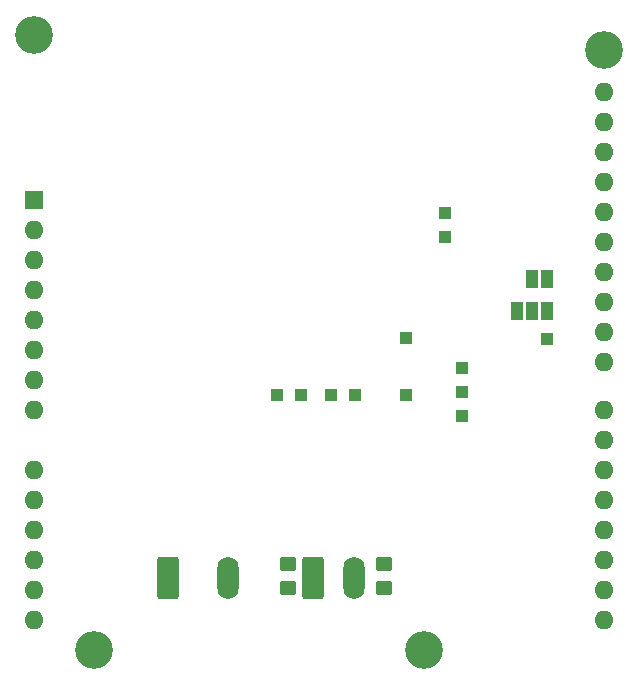
<source format=gbs>
G04 #@! TF.GenerationSoftware,KiCad,Pcbnew,7.0.10*
G04 #@! TF.CreationDate,2024-01-13T20:14:55+01:00*
G04 #@! TF.ProjectId,drv8323shield,64727638-3332-4337-9368-69656c642e6b,A*
G04 #@! TF.SameCoordinates,Original*
G04 #@! TF.FileFunction,Soldermask,Bot*
G04 #@! TF.FilePolarity,Negative*
%FSLAX46Y46*%
G04 Gerber Fmt 4.6, Leading zero omitted, Abs format (unit mm)*
G04 Created by KiCad (PCBNEW 7.0.10) date 2024-01-13 20:14:55*
%MOMM*%
%LPD*%
G01*
G04 APERTURE LIST*
G04 Aperture macros list*
%AMRoundRect*
0 Rectangle with rounded corners*
0 $1 Rounding radius*
0 $2 $3 $4 $5 $6 $7 $8 $9 X,Y pos of 4 corners*
0 Add a 4 corners polygon primitive as box body*
4,1,4,$2,$3,$4,$5,$6,$7,$8,$9,$2,$3,0*
0 Add four circle primitives for the rounded corners*
1,1,$1+$1,$2,$3*
1,1,$1+$1,$4,$5*
1,1,$1+$1,$6,$7*
1,1,$1+$1,$8,$9*
0 Add four rect primitives between the rounded corners*
20,1,$1+$1,$2,$3,$4,$5,0*
20,1,$1+$1,$4,$5,$6,$7,0*
20,1,$1+$1,$6,$7,$8,$9,0*
20,1,$1+$1,$8,$9,$2,$3,0*%
G04 Aperture macros list end*
%ADD10RoundRect,0.250000X-0.650000X-1.550000X0.650000X-1.550000X0.650000X1.550000X-0.650000X1.550000X0*%
%ADD11O,1.800000X3.600000*%
%ADD12C,3.200000*%
%ADD13R,1.600000X1.600000*%
%ADD14O,1.600000X1.600000*%
%ADD15R,1.000000X1.000000*%
%ADD16R,1.000000X1.500000*%
%ADD17RoundRect,0.250000X0.450000X-0.350000X0.450000X0.350000X-0.450000X0.350000X-0.450000X-0.350000X0*%
G04 APERTURE END LIST*
D10*
X103632000Y-83058000D03*
D11*
X107132000Y-83058000D03*
D10*
X91313000Y-83046500D03*
D11*
X96393000Y-83046500D03*
D12*
X80010000Y-37084000D03*
X128270000Y-38354000D03*
X113030000Y-89154000D03*
X85090000Y-89154000D03*
D13*
X80010000Y-51054000D03*
D14*
X80010000Y-53594000D03*
X80010000Y-56134000D03*
X80010000Y-58674000D03*
X80010000Y-61214000D03*
X80010000Y-63754000D03*
X80010000Y-66294000D03*
X80010000Y-68834000D03*
X80010000Y-73914000D03*
X80010000Y-76454000D03*
X80010000Y-78994000D03*
X80010000Y-81534000D03*
X80010000Y-84074000D03*
X80010000Y-86614000D03*
X128270000Y-86614000D03*
X128270000Y-84074000D03*
X128270000Y-81534000D03*
X128270000Y-78994000D03*
X128270000Y-76454000D03*
X128270000Y-73914000D03*
X128270000Y-71374000D03*
X128270000Y-68834000D03*
X128270000Y-64774000D03*
X128270000Y-62234000D03*
X128270000Y-59694000D03*
X128270000Y-57154000D03*
X128270000Y-54614000D03*
X128270000Y-52074000D03*
X128270000Y-49534000D03*
X128270000Y-46994000D03*
X128270000Y-44454000D03*
X128270000Y-41914000D03*
D15*
X102616000Y-67564000D03*
D16*
X122174000Y-57785000D03*
X123474000Y-57785000D03*
D15*
X111506000Y-62738000D03*
X114808000Y-54229000D03*
X116205000Y-65278000D03*
X100584000Y-67564000D03*
X116205000Y-69342000D03*
X111506000Y-67564000D03*
X123444000Y-62865000D03*
X107188000Y-67564000D03*
D17*
X101473000Y-83931000D03*
X101473000Y-81931000D03*
D15*
X114808000Y-52197000D03*
D16*
X123474000Y-60452000D03*
X122174000Y-60452000D03*
X120874000Y-60452000D03*
D15*
X105156000Y-67564000D03*
D17*
X109601000Y-83931000D03*
X109601000Y-81931000D03*
D15*
X116205000Y-67310000D03*
M02*

</source>
